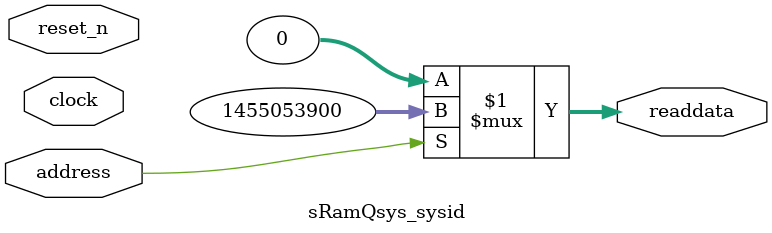
<source format=v>



// synthesis translate_off
`timescale 1ns / 1ps
// synthesis translate_on

// turn off superfluous verilog processor warnings 
// altera message_level Level1 
// altera message_off 10034 10035 10036 10037 10230 10240 10030 

module sRamQsys_sysid (
               // inputs:
                address,
                clock,
                reset_n,

               // outputs:
                readdata
             )
;

  output  [ 31: 0] readdata;
  input            address;
  input            clock;
  input            reset_n;

  wire    [ 31: 0] readdata;
  //control_slave, which is an e_avalon_slave
  assign readdata = address ? 1455053900 : 0;

endmodule




</source>
